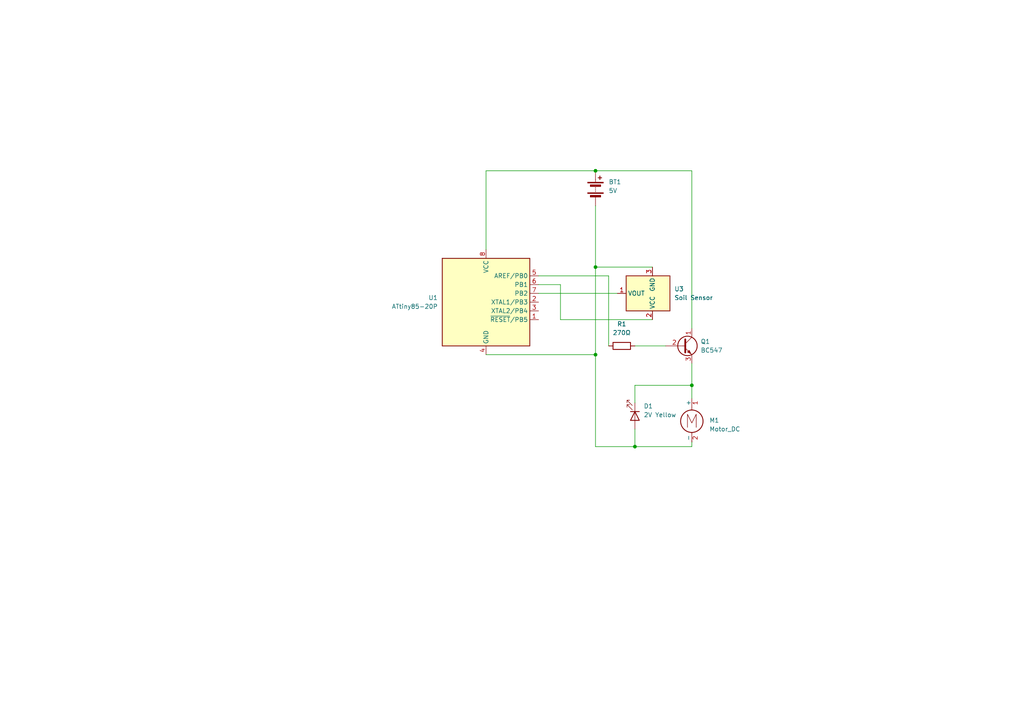
<source format=kicad_sch>
(kicad_sch (version 20230121) (generator eeschema)

  (uuid 02653d81-2fa7-4e2f-8e5d-f6a3f8317424)

  (paper "A4")

  (lib_symbols
    (symbol "Device:Battery" (pin_numbers hide) (pin_names (offset 0) hide) (in_bom yes) (on_board yes)
      (property "Reference" "BT" (at 2.54 2.54 0)
        (effects (font (size 1.27 1.27)) (justify left))
      )
      (property "Value" "Battery" (at 2.54 0 0)
        (effects (font (size 1.27 1.27)) (justify left))
      )
      (property "Footprint" "" (at 0 1.524 90)
        (effects (font (size 1.27 1.27)) hide)
      )
      (property "Datasheet" "~" (at 0 1.524 90)
        (effects (font (size 1.27 1.27)) hide)
      )
      (property "ki_keywords" "batt voltage-source cell" (at 0 0 0)
        (effects (font (size 1.27 1.27)) hide)
      )
      (property "ki_description" "Multiple-cell battery" (at 0 0 0)
        (effects (font (size 1.27 1.27)) hide)
      )
      (symbol "Battery_0_1"
        (rectangle (start -2.286 -1.27) (end 2.286 -1.524)
          (stroke (width 0) (type default))
          (fill (type outline))
        )
        (rectangle (start -2.286 1.778) (end 2.286 1.524)
          (stroke (width 0) (type default))
          (fill (type outline))
        )
        (rectangle (start -1.524 -2.032) (end 1.524 -2.54)
          (stroke (width 0) (type default))
          (fill (type outline))
        )
        (rectangle (start -1.524 1.016) (end 1.524 0.508)
          (stroke (width 0) (type default))
          (fill (type outline))
        )
        (polyline
          (pts
            (xy 0 -1.016)
            (xy 0 -0.762)
          )
          (stroke (width 0) (type default))
          (fill (type none))
        )
        (polyline
          (pts
            (xy 0 -0.508)
            (xy 0 -0.254)
          )
          (stroke (width 0) (type default))
          (fill (type none))
        )
        (polyline
          (pts
            (xy 0 0)
            (xy 0 0.254)
          )
          (stroke (width 0) (type default))
          (fill (type none))
        )
        (polyline
          (pts
            (xy 0 1.778)
            (xy 0 2.54)
          )
          (stroke (width 0) (type default))
          (fill (type none))
        )
        (polyline
          (pts
            (xy 0.762 3.048)
            (xy 1.778 3.048)
          )
          (stroke (width 0.254) (type default))
          (fill (type none))
        )
        (polyline
          (pts
            (xy 1.27 3.556)
            (xy 1.27 2.54)
          )
          (stroke (width 0.254) (type default))
          (fill (type none))
        )
      )
      (symbol "Battery_1_1"
        (pin passive line (at 0 5.08 270) (length 2.54)
          (name "+" (effects (font (size 1.27 1.27))))
          (number "1" (effects (font (size 1.27 1.27))))
        )
        (pin passive line (at 0 -5.08 90) (length 2.54)
          (name "-" (effects (font (size 1.27 1.27))))
          (number "2" (effects (font (size 1.27 1.27))))
        )
      )
    )
    (symbol "Device:LED" (pin_numbers hide) (pin_names (offset 1.016) hide) (in_bom yes) (on_board yes)
      (property "Reference" "D" (at 0 2.54 0)
        (effects (font (size 1.27 1.27)))
      )
      (property "Value" "LED" (at 0 -2.54 0)
        (effects (font (size 1.27 1.27)))
      )
      (property "Footprint" "" (at 0 0 0)
        (effects (font (size 1.27 1.27)) hide)
      )
      (property "Datasheet" "~" (at 0 0 0)
        (effects (font (size 1.27 1.27)) hide)
      )
      (property "ki_keywords" "LED diode" (at 0 0 0)
        (effects (font (size 1.27 1.27)) hide)
      )
      (property "ki_description" "Light emitting diode" (at 0 0 0)
        (effects (font (size 1.27 1.27)) hide)
      )
      (property "ki_fp_filters" "LED* LED_SMD:* LED_THT:*" (at 0 0 0)
        (effects (font (size 1.27 1.27)) hide)
      )
      (symbol "LED_0_1"
        (polyline
          (pts
            (xy -1.27 -1.27)
            (xy -1.27 1.27)
          )
          (stroke (width 0.254) (type default))
          (fill (type none))
        )
        (polyline
          (pts
            (xy -1.27 0)
            (xy 1.27 0)
          )
          (stroke (width 0) (type default))
          (fill (type none))
        )
        (polyline
          (pts
            (xy 1.27 -1.27)
            (xy 1.27 1.27)
            (xy -1.27 0)
            (xy 1.27 -1.27)
          )
          (stroke (width 0.254) (type default))
          (fill (type none))
        )
        (polyline
          (pts
            (xy -3.048 -0.762)
            (xy -4.572 -2.286)
            (xy -3.81 -2.286)
            (xy -4.572 -2.286)
            (xy -4.572 -1.524)
          )
          (stroke (width 0) (type default))
          (fill (type none))
        )
        (polyline
          (pts
            (xy -1.778 -0.762)
            (xy -3.302 -2.286)
            (xy -2.54 -2.286)
            (xy -3.302 -2.286)
            (xy -3.302 -1.524)
          )
          (stroke (width 0) (type default))
          (fill (type none))
        )
      )
      (symbol "LED_1_1"
        (pin passive line (at -3.81 0 0) (length 2.54)
          (name "K" (effects (font (size 1.27 1.27))))
          (number "1" (effects (font (size 1.27 1.27))))
        )
        (pin passive line (at 3.81 0 180) (length 2.54)
          (name "A" (effects (font (size 1.27 1.27))))
          (number "2" (effects (font (size 1.27 1.27))))
        )
      )
    )
    (symbol "Device:R" (pin_numbers hide) (pin_names (offset 0)) (in_bom yes) (on_board yes)
      (property "Reference" "R" (at 2.032 0 90)
        (effects (font (size 1.27 1.27)))
      )
      (property "Value" "R" (at 0 0 90)
        (effects (font (size 1.27 1.27)))
      )
      (property "Footprint" "" (at -1.778 0 90)
        (effects (font (size 1.27 1.27)) hide)
      )
      (property "Datasheet" "~" (at 0 0 0)
        (effects (font (size 1.27 1.27)) hide)
      )
      (property "ki_keywords" "R res resistor" (at 0 0 0)
        (effects (font (size 1.27 1.27)) hide)
      )
      (property "ki_description" "Resistor" (at 0 0 0)
        (effects (font (size 1.27 1.27)) hide)
      )
      (property "ki_fp_filters" "R_*" (at 0 0 0)
        (effects (font (size 1.27 1.27)) hide)
      )
      (symbol "R_0_1"
        (rectangle (start -1.016 -2.54) (end 1.016 2.54)
          (stroke (width 0.254) (type default))
          (fill (type none))
        )
      )
      (symbol "R_1_1"
        (pin passive line (at 0 3.81 270) (length 1.27)
          (name "~" (effects (font (size 1.27 1.27))))
          (number "1" (effects (font (size 1.27 1.27))))
        )
        (pin passive line (at 0 -3.81 90) (length 1.27)
          (name "~" (effects (font (size 1.27 1.27))))
          (number "2" (effects (font (size 1.27 1.27))))
        )
      )
    )
    (symbol "MCU_Microchip_ATtiny:ATtiny85-20P" (in_bom yes) (on_board yes)
      (property "Reference" "U" (at -12.7 13.97 0)
        (effects (font (size 1.27 1.27)) (justify left bottom))
      )
      (property "Value" "ATtiny85-20P" (at 2.54 -13.97 0)
        (effects (font (size 1.27 1.27)) (justify left top))
      )
      (property "Footprint" "Package_DIP:DIP-8_W7.62mm" (at 0 0 0)
        (effects (font (size 1.27 1.27) italic) hide)
      )
      (property "Datasheet" "http://ww1.microchip.com/downloads/en/DeviceDoc/atmel-2586-avr-8-bit-microcontroller-attiny25-attiny45-attiny85_datasheet.pdf" (at 0 0 0)
        (effects (font (size 1.27 1.27)) hide)
      )
      (property "ki_keywords" "AVR 8bit Microcontroller tinyAVR" (at 0 0 0)
        (effects (font (size 1.27 1.27)) hide)
      )
      (property "ki_description" "20MHz, 8kB Flash, 512B SRAM, 512B EEPROM, debugWIRE, DIP-8" (at 0 0 0)
        (effects (font (size 1.27 1.27)) hide)
      )
      (property "ki_fp_filters" "DIP*W7.62mm*" (at 0 0 0)
        (effects (font (size 1.27 1.27)) hide)
      )
      (symbol "ATtiny85-20P_0_1"
        (rectangle (start -12.7 -12.7) (end 12.7 12.7)
          (stroke (width 0.254) (type default))
          (fill (type background))
        )
      )
      (symbol "ATtiny85-20P_1_1"
        (pin bidirectional line (at 15.24 -5.08 180) (length 2.54)
          (name "~{RESET}/PB5" (effects (font (size 1.27 1.27))))
          (number "1" (effects (font (size 1.27 1.27))))
        )
        (pin bidirectional line (at 15.24 0 180) (length 2.54)
          (name "XTAL1/PB3" (effects (font (size 1.27 1.27))))
          (number "2" (effects (font (size 1.27 1.27))))
        )
        (pin bidirectional line (at 15.24 -2.54 180) (length 2.54)
          (name "XTAL2/PB4" (effects (font (size 1.27 1.27))))
          (number "3" (effects (font (size 1.27 1.27))))
        )
        (pin power_in line (at 0 -15.24 90) (length 2.54)
          (name "GND" (effects (font (size 1.27 1.27))))
          (number "4" (effects (font (size 1.27 1.27))))
        )
        (pin bidirectional line (at 15.24 7.62 180) (length 2.54)
          (name "AREF/PB0" (effects (font (size 1.27 1.27))))
          (number "5" (effects (font (size 1.27 1.27))))
        )
        (pin bidirectional line (at 15.24 5.08 180) (length 2.54)
          (name "PB1" (effects (font (size 1.27 1.27))))
          (number "6" (effects (font (size 1.27 1.27))))
        )
        (pin bidirectional line (at 15.24 2.54 180) (length 2.54)
          (name "PB2" (effects (font (size 1.27 1.27))))
          (number "7" (effects (font (size 1.27 1.27))))
        )
        (pin power_in line (at 0 15.24 270) (length 2.54)
          (name "VCC" (effects (font (size 1.27 1.27))))
          (number "8" (effects (font (size 1.27 1.27))))
        )
      )
    )
    (symbol "Motor:Motor_DC" (pin_names (offset 0)) (in_bom yes) (on_board yes)
      (property "Reference" "M" (at 2.54 2.54 0)
        (effects (font (size 1.27 1.27)) (justify left))
      )
      (property "Value" "Motor_DC" (at 2.54 -5.08 0)
        (effects (font (size 1.27 1.27)) (justify left top))
      )
      (property "Footprint" "" (at 0 -2.286 0)
        (effects (font (size 1.27 1.27)) hide)
      )
      (property "Datasheet" "~" (at 0 -2.286 0)
        (effects (font (size 1.27 1.27)) hide)
      )
      (property "ki_keywords" "DC Motor" (at 0 0 0)
        (effects (font (size 1.27 1.27)) hide)
      )
      (property "ki_description" "DC Motor" (at 0 0 0)
        (effects (font (size 1.27 1.27)) hide)
      )
      (property "ki_fp_filters" "PinHeader*P2.54mm* TerminalBlock*" (at 0 0 0)
        (effects (font (size 1.27 1.27)) hide)
      )
      (symbol "Motor_DC_0_0"
        (polyline
          (pts
            (xy -1.27 -3.302)
            (xy -1.27 0.508)
            (xy 0 -2.032)
            (xy 1.27 0.508)
            (xy 1.27 -3.302)
          )
          (stroke (width 0) (type default))
          (fill (type none))
        )
      )
      (symbol "Motor_DC_0_1"
        (circle (center 0 -1.524) (radius 3.2512)
          (stroke (width 0.254) (type default))
          (fill (type none))
        )
        (polyline
          (pts
            (xy 0 -7.62)
            (xy 0 -7.112)
          )
          (stroke (width 0) (type default))
          (fill (type none))
        )
        (polyline
          (pts
            (xy 0 -4.7752)
            (xy 0 -5.1816)
          )
          (stroke (width 0) (type default))
          (fill (type none))
        )
        (polyline
          (pts
            (xy 0 1.7272)
            (xy 0 2.0828)
          )
          (stroke (width 0) (type default))
          (fill (type none))
        )
        (polyline
          (pts
            (xy 0 2.032)
            (xy 0 2.54)
          )
          (stroke (width 0) (type default))
          (fill (type none))
        )
      )
      (symbol "Motor_DC_1_1"
        (pin passive line (at 0 5.08 270) (length 2.54)
          (name "+" (effects (font (size 1.27 1.27))))
          (number "1" (effects (font (size 1.27 1.27))))
        )
        (pin passive line (at 0 -7.62 90) (length 2.54)
          (name "-" (effects (font (size 1.27 1.27))))
          (number "2" (effects (font (size 1.27 1.27))))
        )
      )
    )
    (symbol "Sensor_Current:A1366xKTTN-1" (in_bom yes) (on_board yes)
      (property "Reference" "U2" (at -6.35 -1.27 0)
        (effects (font (size 1.27 1.27)) (justify right))
      )
      (property "Value" "Soil Sensor" (at -6.35 1.27 0)
        (effects (font (size 1.27 1.27)) (justify right))
      )
      (property "Footprint" "Connector_PinHeader_2.54mm:PinHeader_1x03_P2.54mm_Vertical" (at 8.89 -2.54 0)
        (effects (font (size 1.27 1.27) italic) (justify left) hide)
      )
      (property "Datasheet" "http://www.allegromicro.com/~/media/Files/Datasheets/A1366-Datasheet.ashx?la=en" (at 0 0 0)
        (effects (font (size 1.27 1.27)) hide)
      )
      (property "ki_keywords" "hall effect current monitor sensor isolated" (at 0 0 0)
        (effects (font (size 1.27 1.27)) hide)
      )
      (property "ki_description" "Programmable Linear Hall Effect Sensor, +1mV/G, SIP-4" (at 0 0 0)
        (effects (font (size 1.27 1.27)) hide)
      )
      (property "ki_fp_filters" "Allegro*SIP*" (at 0 0 0)
        (effects (font (size 1.27 1.27)) hide)
      )
      (symbol "A1366xKTTN-1_0_1"
        (rectangle (start -5.08 5.08) (end 7.62 -5.08)
          (stroke (width 0.254) (type default))
          (fill (type background))
        )
      )
      (symbol "A1366xKTTN-1_1_1"
        (pin output line (at 10.16 0 180) (length 2.54)
          (name "VOUT" (effects (font (size 1.27 1.27))))
          (number "1" (effects (font (size 1.27 1.27))))
        )
        (pin power_in line (at 0 7.62 270) (length 2.54)
          (name "VCC" (effects (font (size 1.27 1.27))))
          (number "2" (effects (font (size 1.27 1.27))))
        )
        (pin power_in line (at 0 -7.62 90) (length 2.54)
          (name "GND" (effects (font (size 1.27 1.27))))
          (number "3" (effects (font (size 1.27 1.27))))
        )
      )
    )
    (symbol "Transistor_BJT:BC547" (pin_names (offset 0) hide) (in_bom yes) (on_board yes)
      (property "Reference" "Q" (at 5.08 1.905 0)
        (effects (font (size 1.27 1.27)) (justify left))
      )
      (property "Value" "BC547" (at 5.08 0 0)
        (effects (font (size 1.27 1.27)) (justify left))
      )
      (property "Footprint" "Package_TO_SOT_THT:TO-92_Inline" (at 5.08 -1.905 0)
        (effects (font (size 1.27 1.27) italic) (justify left) hide)
      )
      (property "Datasheet" "https://www.onsemi.com/pub/Collateral/BC550-D.pdf" (at 0 0 0)
        (effects (font (size 1.27 1.27)) (justify left) hide)
      )
      (property "ki_keywords" "NPN Transistor" (at 0 0 0)
        (effects (font (size 1.27 1.27)) hide)
      )
      (property "ki_description" "0.1A Ic, 45V Vce, Small Signal NPN Transistor, TO-92" (at 0 0 0)
        (effects (font (size 1.27 1.27)) hide)
      )
      (property "ki_fp_filters" "TO?92*" (at 0 0 0)
        (effects (font (size 1.27 1.27)) hide)
      )
      (symbol "BC547_0_1"
        (polyline
          (pts
            (xy 0 0)
            (xy 0.635 0)
          )
          (stroke (width 0) (type default))
          (fill (type none))
        )
        (polyline
          (pts
            (xy 0.635 0.635)
            (xy 2.54 2.54)
          )
          (stroke (width 0) (type default))
          (fill (type none))
        )
        (polyline
          (pts
            (xy 0.635 -0.635)
            (xy 2.54 -2.54)
            (xy 2.54 -2.54)
          )
          (stroke (width 0) (type default))
          (fill (type none))
        )
        (polyline
          (pts
            (xy 0.635 1.905)
            (xy 0.635 -1.905)
            (xy 0.635 -1.905)
          )
          (stroke (width 0.508) (type default))
          (fill (type none))
        )
        (polyline
          (pts
            (xy 1.27 -1.778)
            (xy 1.778 -1.27)
            (xy 2.286 -2.286)
            (xy 1.27 -1.778)
            (xy 1.27 -1.778)
          )
          (stroke (width 0) (type default))
          (fill (type outline))
        )
        (circle (center 1.27 0) (radius 2.8194)
          (stroke (width 0.254) (type default))
          (fill (type none))
        )
      )
      (symbol "BC547_1_1"
        (pin passive line (at 2.54 5.08 270) (length 2.54)
          (name "C" (effects (font (size 1.27 1.27))))
          (number "1" (effects (font (size 1.27 1.27))))
        )
        (pin input line (at -5.08 0 0) (length 5.08)
          (name "B" (effects (font (size 1.27 1.27))))
          (number "2" (effects (font (size 1.27 1.27))))
        )
        (pin passive line (at 2.54 -5.08 90) (length 2.54)
          (name "E" (effects (font (size 1.27 1.27))))
          (number "3" (effects (font (size 1.27 1.27))))
        )
      )
    )
  )

  (junction (at 172.72 102.87) (diameter 0) (color 0 0 0 0)
    (uuid 105fe87d-3e5b-4c51-8a4b-8b2c747670f6)
  )
  (junction (at 172.72 49.53) (diameter 0) (color 0 0 0 0)
    (uuid 55a15671-2f71-4350-a20c-c2a0240ecf6f)
  )
  (junction (at 172.72 77.47) (diameter 0) (color 0 0 0 0)
    (uuid 5b9fdc24-9f5d-4df6-8fa4-ef14386ea010)
  )
  (junction (at 184.15 129.54) (diameter 0) (color 0 0 0 0)
    (uuid 6bf4adb9-638b-4309-9fd6-d86b6bd91c33)
  )
  (junction (at 200.66 111.76) (diameter 0) (color 0 0 0 0)
    (uuid d1636780-e3ae-4904-b3e9-0b67a431b05a)
  )

  (wire (pts (xy 172.72 77.47) (xy 172.72 102.87))
    (stroke (width 0) (type default))
    (uuid 0ac0f46d-2ac0-4018-b844-33032c7d4856)
  )
  (wire (pts (xy 184.15 124.46) (xy 184.15 129.54))
    (stroke (width 0) (type default))
    (uuid 0d2c831d-fea0-43e7-9bb3-6a3ef0d7907e)
  )
  (wire (pts (xy 200.66 111.76) (xy 184.15 111.76))
    (stroke (width 0) (type default))
    (uuid 154e4d9e-bc12-46d3-a26d-7ab208f6b23a)
  )
  (wire (pts (xy 172.72 102.87) (xy 172.72 129.54))
    (stroke (width 0) (type default))
    (uuid 369a7091-9b46-41e6-89fa-9813004713d1)
  )
  (wire (pts (xy 176.53 80.01) (xy 156.21 80.01))
    (stroke (width 0) (type default))
    (uuid 3851ac9f-9c72-4eb1-a153-8b7d34216179)
  )
  (wire (pts (xy 162.56 92.71) (xy 189.23 92.71))
    (stroke (width 0) (type default))
    (uuid 39eb0b5d-cc7d-4290-995a-44afe4d8487f)
  )
  (wire (pts (xy 172.72 59.69) (xy 172.72 77.47))
    (stroke (width 0) (type default))
    (uuid 3d20e68c-4bb1-4966-a5b8-cfbac38bfe6f)
  )
  (wire (pts (xy 200.66 105.41) (xy 200.66 111.76))
    (stroke (width 0) (type default))
    (uuid 4c4777cc-a2e5-44b3-9e95-5ac63fc23563)
  )
  (wire (pts (xy 184.15 111.76) (xy 184.15 116.84))
    (stroke (width 0) (type default))
    (uuid 53c1ca1b-7721-4be7-ac75-90a3aa5367f0)
  )
  (wire (pts (xy 172.72 49.53) (xy 200.66 49.53))
    (stroke (width 0) (type default))
    (uuid 565e4bcf-450d-407e-8d3d-eae4bae9ccf6)
  )
  (wire (pts (xy 172.72 77.47) (xy 189.23 77.47))
    (stroke (width 0) (type default))
    (uuid 58344cdd-c7a1-42d0-81ba-0d46b3884fe4)
  )
  (wire (pts (xy 184.15 100.33) (xy 193.04 100.33))
    (stroke (width 0) (type default))
    (uuid 6dedcee1-5228-449a-bc3d-0aa7b4a402b7)
  )
  (wire (pts (xy 200.66 129.54) (xy 200.66 128.27))
    (stroke (width 0) (type default))
    (uuid 6fa136b9-0453-4ca1-a43b-f08c0d6be0b8)
  )
  (wire (pts (xy 156.21 82.55) (xy 162.56 82.55))
    (stroke (width 0) (type default))
    (uuid 83cf3aa3-a011-49dc-afa2-2da337a535d3)
  )
  (wire (pts (xy 156.21 85.09) (xy 179.07 85.09))
    (stroke (width 0) (type default))
    (uuid 86027e7b-3abd-4139-b749-520b03b09e4a)
  )
  (wire (pts (xy 176.53 100.33) (xy 176.53 80.01))
    (stroke (width 0) (type default))
    (uuid 8bb069fc-316f-4a4f-a397-9c12480a7b1d)
  )
  (wire (pts (xy 172.72 49.53) (xy 140.97 49.53))
    (stroke (width 0) (type default))
    (uuid 93dfa678-a066-4043-94a0-455269376ada)
  )
  (wire (pts (xy 200.66 115.57) (xy 200.66 111.76))
    (stroke (width 0) (type default))
    (uuid abd60a1f-fa46-4e97-81dc-a98cbfca7fe2)
  )
  (wire (pts (xy 172.72 129.54) (xy 184.15 129.54))
    (stroke (width 0) (type default))
    (uuid c74e6eb2-e85a-40c7-b106-ed72a8d8ab29)
  )
  (wire (pts (xy 162.56 92.71) (xy 162.56 82.55))
    (stroke (width 0) (type default))
    (uuid ef96a375-d42b-4c91-8a8b-8d99e83cfa0b)
  )
  (wire (pts (xy 184.15 129.54) (xy 200.66 129.54))
    (stroke (width 0) (type default))
    (uuid f144edf3-022a-4538-a755-1c1bd15b6c78)
  )
  (wire (pts (xy 140.97 49.53) (xy 140.97 72.39))
    (stroke (width 0) (type default))
    (uuid f1f5dd57-58e5-47cb-a2a5-f11f36fccaf1)
  )
  (wire (pts (xy 200.66 49.53) (xy 200.66 95.25))
    (stroke (width 0) (type default))
    (uuid fad34781-57c1-4108-8340-8a2e5ee88efd)
  )
  (wire (pts (xy 140.97 102.87) (xy 172.72 102.87))
    (stroke (width 0) (type default))
    (uuid ff89459e-1341-4c4d-82f7-c5a429b5784c)
  )

  (symbol (lib_id "Motor:Motor_DC") (at 200.66 120.65 0) (unit 1)
    (in_bom yes) (on_board yes) (dnp no) (fields_autoplaced)
    (uuid 2f923006-7821-4821-9b06-5c5a0bdd4cde)
    (property "Reference" "M1" (at 205.74 121.92 0)
      (effects (font (size 1.27 1.27)) (justify left))
    )
    (property "Value" "Motor_DC" (at 205.74 124.46 0)
      (effects (font (size 1.27 1.27)) (justify left))
    )
    (property "Footprint" "Connector_PinHeader_2.54mm:PinHeader_1x02_P2.54mm_Vertical" (at 200.66 122.936 0)
      (effects (font (size 1.27 1.27)) hide)
    )
    (property "Datasheet" "~" (at 200.66 122.936 0)
      (effects (font (size 1.27 1.27)) hide)
    )
    (pin "2" (uuid 5fba2f19-a8b7-457d-aea4-9ec2d84ea283))
    (pin "1" (uuid 899e29ac-4839-4538-aabe-724aa69d8ae4))
    (instances
      (project "plant_project"
        (path "/02653d81-2fa7-4e2f-8e5d-f6a3f8317424"
          (reference "M1") (unit 1)
        )
      )
    )
  )

  (symbol (lib_id "Device:Battery") (at 172.72 54.61 0) (unit 1)
    (in_bom yes) (on_board yes) (dnp no) (fields_autoplaced)
    (uuid 3310c361-2330-4d8e-8280-5285b6d4c6b7)
    (property "Reference" "BT1" (at 176.53 52.7685 0)
      (effects (font (size 1.27 1.27)) (justify left))
    )
    (property "Value" "5V" (at 176.53 55.3085 0)
      (effects (font (size 1.27 1.27)) (justify left))
    )
    (property "Footprint" "Connector_PinHeader_2.54mm:PinHeader_1x02_P2.54mm_Vertical" (at 172.72 53.086 90)
      (effects (font (size 1.27 1.27)) hide)
    )
    (property "Datasheet" "~" (at 172.72 53.086 90)
      (effects (font (size 1.27 1.27)) hide)
    )
    (pin "1" (uuid acc89d64-667f-43a9-a495-780ef7a89f9e))
    (pin "2" (uuid db2e7630-bfa3-4610-900f-221158255dc3))
    (instances
      (project "plant_project"
        (path "/02653d81-2fa7-4e2f-8e5d-f6a3f8317424"
          (reference "BT1") (unit 1)
        )
      )
    )
  )

  (symbol (lib_id "Device:R") (at 180.34 100.33 270) (unit 1)
    (in_bom yes) (on_board yes) (dnp no) (fields_autoplaced)
    (uuid 40825fc0-c6cb-4139-94ee-1bd3a19d98d5)
    (property "Reference" "R1" (at 180.34 93.98 90)
      (effects (font (size 1.27 1.27)))
    )
    (property "Value" "270Ω" (at 180.34 96.52 90)
      (effects (font (size 1.27 1.27)))
    )
    (property "Footprint" "Resistor_THT:R_Axial_DIN0414_L11.9mm_D4.5mm_P15.24mm_Horizontal" (at 180.34 98.552 90)
      (effects (font (size 1.27 1.27)) hide)
    )
    (property "Datasheet" "~" (at 180.34 100.33 0)
      (effects (font (size 1.27 1.27)) hide)
    )
    (pin "2" (uuid 79fd4c90-373b-4dd1-9aa1-a810d48394fb))
    (pin "1" (uuid f4aa6e60-dbb5-4ee7-a180-637cb189938b))
    (instances
      (project "plant_project"
        (path "/02653d81-2fa7-4e2f-8e5d-f6a3f8317424"
          (reference "R1") (unit 1)
        )
      )
    )
  )

  (symbol (lib_id "MCU_Microchip_ATtiny:ATtiny85-20P") (at 140.97 87.63 0) (unit 1)
    (in_bom yes) (on_board yes) (dnp no) (fields_autoplaced)
    (uuid 512a79cc-7ece-45cf-a6a0-220a427d4333)
    (property "Reference" "U1" (at 127 86.36 0)
      (effects (font (size 1.27 1.27)) (justify right))
    )
    (property "Value" "ATtiny85-20P" (at 127 88.9 0)
      (effects (font (size 1.27 1.27)) (justify right))
    )
    (property "Footprint" "Package_DIP:DIP-8_W7.62mm" (at 140.97 87.63 0)
      (effects (font (size 1.27 1.27) italic) hide)
    )
    (property "Datasheet" "http://ww1.microchip.com/downloads/en/DeviceDoc/atmel-2586-avr-8-bit-microcontroller-attiny25-attiny45-attiny85_datasheet.pdf" (at 140.97 87.63 0)
      (effects (font (size 1.27 1.27)) hide)
    )
    (pin "4" (uuid 49aca1dc-1fb7-40ae-a132-eb126d92e946))
    (pin "7" (uuid 4cf89389-48ea-49c4-b2dc-99fda4aeff58))
    (pin "5" (uuid 6b8a9fa8-bf53-4dc0-b6bb-846e1146f849))
    (pin "6" (uuid 937907da-5a44-4116-871f-4a49fc569e43))
    (pin "2" (uuid c8dc040d-be73-475d-95c8-cd01462f9895))
    (pin "3" (uuid c071d268-72cf-4370-8e21-740a937c6382))
    (pin "1" (uuid a170943e-1bb6-41bb-80ad-ea9fede60d68))
    (pin "8" (uuid 7a347d4d-9e33-49d1-b4ab-b94862a4c6bd))
    (instances
      (project "plant_project"
        (path "/02653d81-2fa7-4e2f-8e5d-f6a3f8317424"
          (reference "U1") (unit 1)
        )
      )
    )
  )

  (symbol (lib_id "Sensor_Current:A1366xKTTN-1") (at 189.23 85.09 180) (unit 1)
    (in_bom yes) (on_board yes) (dnp no) (fields_autoplaced)
    (uuid 98fa7751-4526-42bf-b1ca-66680a6630fd)
    (property "Reference" "U3" (at 195.58 83.82 0)
      (effects (font (size 1.27 1.27)) (justify right))
    )
    (property "Value" "Soil Sensor" (at 195.58 86.36 0)
      (effects (font (size 1.27 1.27)) (justify right))
    )
    (property "Footprint" "Connector_PinHeader_2.54mm:PinHeader_1x03_P2.54mm_Vertical" (at 180.34 82.55 0)
      (effects (font (size 1.27 1.27) italic) (justify left) hide)
    )
    (property "Datasheet" "http://www.allegromicro.com/~/media/Files/Datasheets/A1366-Datasheet.ashx?la=en" (at 189.23 85.09 0)
      (effects (font (size 1.27 1.27)) hide)
    )
    (pin "3" (uuid 577743b5-b499-433d-a56a-28c737f98719))
    (pin "1" (uuid f16b4e8c-4936-4017-b08d-863dd03bb482))
    (pin "2" (uuid b1bec066-e55f-4e6f-9b06-5cb94c318920))
    (instances
      (project "plant_project"
        (path "/02653d81-2fa7-4e2f-8e5d-f6a3f8317424"
          (reference "U3") (unit 1)
        )
      )
    )
  )

  (symbol (lib_id "Transistor_BJT:BC547") (at 198.12 100.33 0) (unit 1)
    (in_bom yes) (on_board yes) (dnp no) (fields_autoplaced)
    (uuid d62ab27a-7299-439c-aca8-a9bd03b4def8)
    (property "Reference" "Q1" (at 203.2 99.06 0)
      (effects (font (size 1.27 1.27)) (justify left))
    )
    (property "Value" "BC547" (at 203.2 101.6 0)
      (effects (font (size 1.27 1.27)) (justify left))
    )
    (property "Footprint" "Package_TO_SOT_THT:TO-92_Inline" (at 203.2 102.235 0)
      (effects (font (size 1.27 1.27) italic) (justify left) hide)
    )
    (property "Datasheet" "https://www.onsemi.com/pub/Collateral/BC550-D.pdf" (at 198.12 100.33 0)
      (effects (font (size 1.27 1.27)) (justify left) hide)
    )
    (pin "2" (uuid 3bcee8af-b2f8-40b0-9aeb-6fa3bd339396))
    (pin "3" (uuid 74561952-17c1-4f88-9c61-1fb9e20f415e))
    (pin "1" (uuid 7fdc773f-c827-4de3-a289-cfdaf79ab3ff))
    (instances
      (project "plant_project"
        (path "/02653d81-2fa7-4e2f-8e5d-f6a3f8317424"
          (reference "Q1") (unit 1)
        )
      )
    )
  )

  (symbol (lib_id "Device:LED") (at 184.15 120.65 270) (unit 1)
    (in_bom yes) (on_board yes) (dnp no) (fields_autoplaced)
    (uuid fa97d706-9672-4854-906a-77e7d501334b)
    (property "Reference" "D1" (at 186.69 117.7925 90)
      (effects (font (size 1.27 1.27)) (justify left))
    )
    (property "Value" "2V Yellow" (at 186.69 120.3325 90)
      (effects (font (size 1.27 1.27)) (justify left))
    )
    (property "Footprint" "LED_THT:LED_D5.0mm" (at 184.15 120.65 0)
      (effects (font (size 1.27 1.27)) hide)
    )
    (property "Datasheet" "~" (at 184.15 120.65 0)
      (effects (font (size 1.27 1.27)) hide)
    )
    (pin "2" (uuid 81f6210e-5901-4a06-b4bf-2c3370cd5286))
    (pin "1" (uuid 83de8ede-434e-4cef-8685-01ce94b63aa1))
    (instances
      (project "plant_project"
        (path "/02653d81-2fa7-4e2f-8e5d-f6a3f8317424"
          (reference "D1") (unit 1)
        )
      )
    )
  )

  (sheet_instances
    (path "/" (page "1"))
  )
)

</source>
